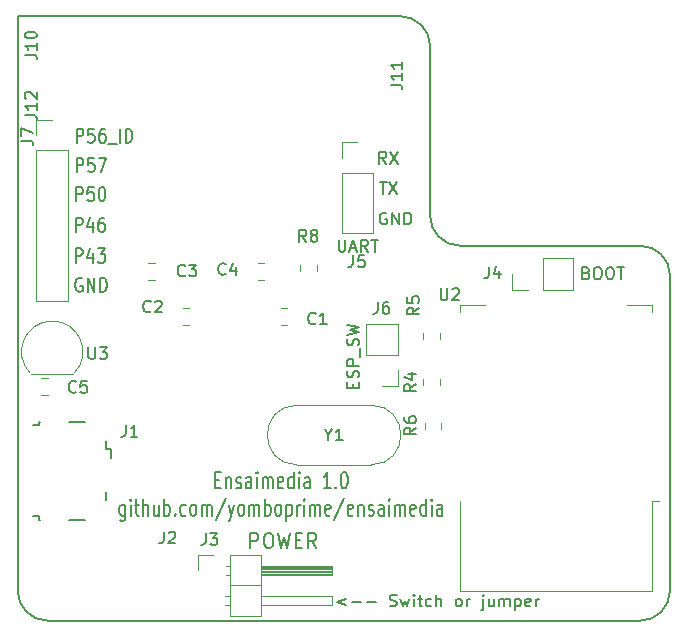
<source format=gbr>
%TF.GenerationSoftware,KiCad,Pcbnew,5.1.4-e60b266~84~ubuntu18.04.1*%
%TF.CreationDate,2019-10-23T15:02:04+02:00*%
%TF.ProjectId,ensaimedia,656e7361-696d-4656-9469-612e6b696361,rev?*%
%TF.SameCoordinates,Original*%
%TF.FileFunction,Legend,Top*%
%TF.FilePolarity,Positive*%
%FSLAX46Y46*%
G04 Gerber Fmt 4.6, Leading zero omitted, Abs format (unit mm)*
G04 Created by KiCad (PCBNEW 5.1.4-e60b266~84~ubuntu18.04.1) date 2019-10-23 15:02:04*
%MOMM*%
%LPD*%
G04 APERTURE LIST*
%ADD10C,0.150000*%
%ADD11C,0.200000*%
%ADD12C,0.120000*%
G04 APERTURE END LIST*
D10*
X146426804Y-83423200D02*
X146331566Y-83366057D01*
X146188709Y-83366057D01*
X146045852Y-83423200D01*
X145950614Y-83537485D01*
X145902995Y-83651771D01*
X145855376Y-83880342D01*
X145855376Y-84051771D01*
X145902995Y-84280342D01*
X145950614Y-84394628D01*
X146045852Y-84508914D01*
X146188709Y-84566057D01*
X146283947Y-84566057D01*
X146426804Y-84508914D01*
X146474423Y-84451771D01*
X146474423Y-84051771D01*
X146283947Y-84051771D01*
X146902995Y-84566057D02*
X146902995Y-83366057D01*
X147474423Y-84566057D01*
X147474423Y-83366057D01*
X147950614Y-84566057D02*
X147950614Y-83366057D01*
X148188709Y-83366057D01*
X148331566Y-83423200D01*
X148426804Y-83537485D01*
X148474423Y-83651771D01*
X148522042Y-83880342D01*
X148522042Y-84051771D01*
X148474423Y-84280342D01*
X148426804Y-84394628D01*
X148331566Y-84508914D01*
X148188709Y-84566057D01*
X147950614Y-84566057D01*
X145902995Y-82076857D02*
X145902995Y-80876857D01*
X146283947Y-80876857D01*
X146379185Y-80934000D01*
X146426804Y-80991142D01*
X146474423Y-81105428D01*
X146474423Y-81276857D01*
X146426804Y-81391142D01*
X146379185Y-81448285D01*
X146283947Y-81505428D01*
X145902995Y-81505428D01*
X147331566Y-81276857D02*
X147331566Y-82076857D01*
X147093471Y-80819714D02*
X146855376Y-81676857D01*
X147474423Y-81676857D01*
X147760138Y-80876857D02*
X148379185Y-80876857D01*
X148045852Y-81334000D01*
X148188709Y-81334000D01*
X148283947Y-81391142D01*
X148331566Y-81448285D01*
X148379185Y-81562571D01*
X148379185Y-81848285D01*
X148331566Y-81962571D01*
X148283947Y-82019714D01*
X148188709Y-82076857D01*
X147902995Y-82076857D01*
X147807757Y-82019714D01*
X147760138Y-81962571D01*
X145902995Y-79465737D02*
X145902995Y-78265737D01*
X146283947Y-78265737D01*
X146379185Y-78322880D01*
X146426804Y-78380022D01*
X146474423Y-78494308D01*
X146474423Y-78665737D01*
X146426804Y-78780022D01*
X146379185Y-78837165D01*
X146283947Y-78894308D01*
X145902995Y-78894308D01*
X147331566Y-78665737D02*
X147331566Y-79465737D01*
X147093471Y-78208594D02*
X146855376Y-79065737D01*
X147474423Y-79065737D01*
X148283947Y-78265737D02*
X148093471Y-78265737D01*
X147998233Y-78322880D01*
X147950614Y-78380022D01*
X147855376Y-78551451D01*
X147807757Y-78780022D01*
X147807757Y-79237165D01*
X147855376Y-79351451D01*
X147902995Y-79408594D01*
X147998233Y-79465737D01*
X148188709Y-79465737D01*
X148283947Y-79408594D01*
X148331566Y-79351451D01*
X148379185Y-79237165D01*
X148379185Y-78951451D01*
X148331566Y-78837165D01*
X148283947Y-78780022D01*
X148188709Y-78722880D01*
X147998233Y-78722880D01*
X147902995Y-78780022D01*
X147855376Y-78837165D01*
X147807757Y-78951451D01*
X145933475Y-76880017D02*
X145933475Y-75680017D01*
X146314427Y-75680017D01*
X146409665Y-75737160D01*
X146457284Y-75794302D01*
X146504903Y-75908588D01*
X146504903Y-76080017D01*
X146457284Y-76194302D01*
X146409665Y-76251445D01*
X146314427Y-76308588D01*
X145933475Y-76308588D01*
X147409665Y-75680017D02*
X146933475Y-75680017D01*
X146885856Y-76251445D01*
X146933475Y-76194302D01*
X147028713Y-76137160D01*
X147266808Y-76137160D01*
X147362046Y-76194302D01*
X147409665Y-76251445D01*
X147457284Y-76365731D01*
X147457284Y-76651445D01*
X147409665Y-76765731D01*
X147362046Y-76822874D01*
X147266808Y-76880017D01*
X147028713Y-76880017D01*
X146933475Y-76822874D01*
X146885856Y-76765731D01*
X148076332Y-75680017D02*
X148171570Y-75680017D01*
X148266808Y-75737160D01*
X148314427Y-75794302D01*
X148362046Y-75908588D01*
X148409665Y-76137160D01*
X148409665Y-76422874D01*
X148362046Y-76651445D01*
X148314427Y-76765731D01*
X148266808Y-76822874D01*
X148171570Y-76880017D01*
X148076332Y-76880017D01*
X147981094Y-76822874D01*
X147933475Y-76765731D01*
X147885856Y-76651445D01*
X147838237Y-76422874D01*
X147838237Y-76137160D01*
X147885856Y-75908588D01*
X147933475Y-75794302D01*
X147981094Y-75737160D01*
X148076332Y-75680017D01*
X145969035Y-74421297D02*
X145969035Y-73221297D01*
X146349987Y-73221297D01*
X146445225Y-73278440D01*
X146492844Y-73335582D01*
X146540463Y-73449868D01*
X146540463Y-73621297D01*
X146492844Y-73735582D01*
X146445225Y-73792725D01*
X146349987Y-73849868D01*
X145969035Y-73849868D01*
X147445225Y-73221297D02*
X146969035Y-73221297D01*
X146921416Y-73792725D01*
X146969035Y-73735582D01*
X147064273Y-73678440D01*
X147302368Y-73678440D01*
X147397606Y-73735582D01*
X147445225Y-73792725D01*
X147492844Y-73907011D01*
X147492844Y-74192725D01*
X147445225Y-74307011D01*
X147397606Y-74364154D01*
X147302368Y-74421297D01*
X147064273Y-74421297D01*
X146969035Y-74364154D01*
X146921416Y-74307011D01*
X147826178Y-73221297D02*
X148492844Y-73221297D01*
X148064273Y-74421297D01*
X145969035Y-71932097D02*
X145969035Y-70732097D01*
X146349987Y-70732097D01*
X146445225Y-70789240D01*
X146492844Y-70846382D01*
X146540463Y-70960668D01*
X146540463Y-71132097D01*
X146492844Y-71246382D01*
X146445225Y-71303525D01*
X146349987Y-71360668D01*
X145969035Y-71360668D01*
X147445225Y-70732097D02*
X146969035Y-70732097D01*
X146921416Y-71303525D01*
X146969035Y-71246382D01*
X147064273Y-71189240D01*
X147302368Y-71189240D01*
X147397606Y-71246382D01*
X147445225Y-71303525D01*
X147492844Y-71417811D01*
X147492844Y-71703525D01*
X147445225Y-71817811D01*
X147397606Y-71874954D01*
X147302368Y-71932097D01*
X147064273Y-71932097D01*
X146969035Y-71874954D01*
X146921416Y-71817811D01*
X148349987Y-70732097D02*
X148159511Y-70732097D01*
X148064273Y-70789240D01*
X148016654Y-70846382D01*
X147921416Y-71017811D01*
X147873797Y-71246382D01*
X147873797Y-71703525D01*
X147921416Y-71817811D01*
X147969035Y-71874954D01*
X148064273Y-71932097D01*
X148254749Y-71932097D01*
X148349987Y-71874954D01*
X148397606Y-71817811D01*
X148445225Y-71703525D01*
X148445225Y-71417811D01*
X148397606Y-71303525D01*
X148349987Y-71246382D01*
X148254749Y-71189240D01*
X148064273Y-71189240D01*
X147969035Y-71246382D01*
X147921416Y-71303525D01*
X147873797Y-71417811D01*
X148635701Y-72046382D02*
X149397606Y-72046382D01*
X149635701Y-71932097D02*
X149635701Y-70732097D01*
X150111892Y-71932097D02*
X150111892Y-70732097D01*
X150349987Y-70732097D01*
X150492844Y-70789240D01*
X150588082Y-70903525D01*
X150635701Y-71017811D01*
X150683320Y-71246382D01*
X150683320Y-71417811D01*
X150635701Y-71646382D01*
X150588082Y-71760668D01*
X150492844Y-71874954D01*
X150349987Y-71932097D01*
X150111892Y-71932097D01*
X168815714Y-110529714D02*
X168053809Y-110815428D01*
X168815714Y-111101142D01*
X169291904Y-110815428D02*
X170053809Y-110815428D01*
X170530000Y-110815428D02*
X171291904Y-110815428D01*
X172482380Y-111148761D02*
X172625238Y-111196380D01*
X172863333Y-111196380D01*
X172958571Y-111148761D01*
X173006190Y-111101142D01*
X173053809Y-111005904D01*
X173053809Y-110910666D01*
X173006190Y-110815428D01*
X172958571Y-110767809D01*
X172863333Y-110720190D01*
X172672857Y-110672571D01*
X172577619Y-110624952D01*
X172530000Y-110577333D01*
X172482380Y-110482095D01*
X172482380Y-110386857D01*
X172530000Y-110291619D01*
X172577619Y-110244000D01*
X172672857Y-110196380D01*
X172910952Y-110196380D01*
X173053809Y-110244000D01*
X173387142Y-110529714D02*
X173577619Y-111196380D01*
X173768095Y-110720190D01*
X173958571Y-111196380D01*
X174149047Y-110529714D01*
X174530000Y-111196380D02*
X174530000Y-110529714D01*
X174530000Y-110196380D02*
X174482380Y-110244000D01*
X174530000Y-110291619D01*
X174577619Y-110244000D01*
X174530000Y-110196380D01*
X174530000Y-110291619D01*
X174863333Y-110529714D02*
X175244285Y-110529714D01*
X175006190Y-110196380D02*
X175006190Y-111053523D01*
X175053809Y-111148761D01*
X175149047Y-111196380D01*
X175244285Y-111196380D01*
X176006190Y-111148761D02*
X175910952Y-111196380D01*
X175720476Y-111196380D01*
X175625238Y-111148761D01*
X175577619Y-111101142D01*
X175530000Y-111005904D01*
X175530000Y-110720190D01*
X175577619Y-110624952D01*
X175625238Y-110577333D01*
X175720476Y-110529714D01*
X175910952Y-110529714D01*
X176006190Y-110577333D01*
X176434761Y-111196380D02*
X176434761Y-110196380D01*
X176863333Y-111196380D02*
X176863333Y-110672571D01*
X176815714Y-110577333D01*
X176720476Y-110529714D01*
X176577619Y-110529714D01*
X176482380Y-110577333D01*
X176434761Y-110624952D01*
X178244285Y-111196380D02*
X178149047Y-111148761D01*
X178101428Y-111101142D01*
X178053809Y-111005904D01*
X178053809Y-110720190D01*
X178101428Y-110624952D01*
X178149047Y-110577333D01*
X178244285Y-110529714D01*
X178387142Y-110529714D01*
X178482380Y-110577333D01*
X178530000Y-110624952D01*
X178577619Y-110720190D01*
X178577619Y-111005904D01*
X178530000Y-111101142D01*
X178482380Y-111148761D01*
X178387142Y-111196380D01*
X178244285Y-111196380D01*
X179006190Y-111196380D02*
X179006190Y-110529714D01*
X179006190Y-110720190D02*
X179053809Y-110624952D01*
X179101428Y-110577333D01*
X179196666Y-110529714D01*
X179291904Y-110529714D01*
X180387142Y-110529714D02*
X180387142Y-111386857D01*
X180339523Y-111482095D01*
X180244285Y-111529714D01*
X180196666Y-111529714D01*
X180387142Y-110196380D02*
X180339523Y-110244000D01*
X180387142Y-110291619D01*
X180434761Y-110244000D01*
X180387142Y-110196380D01*
X180387142Y-110291619D01*
X181291904Y-110529714D02*
X181291904Y-111196380D01*
X180863333Y-110529714D02*
X180863333Y-111053523D01*
X180910952Y-111148761D01*
X181006190Y-111196380D01*
X181149047Y-111196380D01*
X181244285Y-111148761D01*
X181291904Y-111101142D01*
X181768095Y-111196380D02*
X181768095Y-110529714D01*
X181768095Y-110624952D02*
X181815714Y-110577333D01*
X181910952Y-110529714D01*
X182053809Y-110529714D01*
X182149047Y-110577333D01*
X182196666Y-110672571D01*
X182196666Y-111196380D01*
X182196666Y-110672571D02*
X182244285Y-110577333D01*
X182339523Y-110529714D01*
X182482380Y-110529714D01*
X182577619Y-110577333D01*
X182625238Y-110672571D01*
X182625238Y-111196380D01*
X183101428Y-110529714D02*
X183101428Y-111529714D01*
X183101428Y-110577333D02*
X183196666Y-110529714D01*
X183387142Y-110529714D01*
X183482380Y-110577333D01*
X183530000Y-110624952D01*
X183577619Y-110720190D01*
X183577619Y-111005904D01*
X183530000Y-111101142D01*
X183482380Y-111148761D01*
X183387142Y-111196380D01*
X183196666Y-111196380D01*
X183101428Y-111148761D01*
X184387142Y-111148761D02*
X184291904Y-111196380D01*
X184101428Y-111196380D01*
X184006190Y-111148761D01*
X183958571Y-111053523D01*
X183958571Y-110672571D01*
X184006190Y-110577333D01*
X184101428Y-110529714D01*
X184291904Y-110529714D01*
X184387142Y-110577333D01*
X184434761Y-110672571D01*
X184434761Y-110767809D01*
X183958571Y-110863047D01*
X184863333Y-111196380D02*
X184863333Y-110529714D01*
X184863333Y-110720190D02*
X184910952Y-110624952D01*
X184958571Y-110577333D01*
X185053809Y-110529714D01*
X185149047Y-110529714D01*
D11*
X140970000Y-61214000D02*
X173355000Y-61214000D01*
X173355000Y-61214000D02*
G75*
G02X175895000Y-63754000I0J-2540000D01*
G01*
D10*
X172196855Y-77889480D02*
X172101617Y-77841860D01*
X171958760Y-77841860D01*
X171815902Y-77889480D01*
X171720664Y-77984718D01*
X171673045Y-78079956D01*
X171625426Y-78270432D01*
X171625426Y-78413289D01*
X171673045Y-78603765D01*
X171720664Y-78699003D01*
X171815902Y-78794241D01*
X171958760Y-78841860D01*
X172053998Y-78841860D01*
X172196855Y-78794241D01*
X172244474Y-78746622D01*
X172244474Y-78413289D01*
X172053998Y-78413289D01*
X172673045Y-78841860D02*
X172673045Y-77841860D01*
X173244474Y-78841860D01*
X173244474Y-77841860D01*
X173720664Y-78841860D02*
X173720664Y-77841860D01*
X173958760Y-77841860D01*
X174101617Y-77889480D01*
X174196855Y-77984718D01*
X174244474Y-78079956D01*
X174292093Y-78270432D01*
X174292093Y-78413289D01*
X174244474Y-78603765D01*
X174196855Y-78699003D01*
X174101617Y-78794241D01*
X173958760Y-78841860D01*
X173720664Y-78841860D01*
X171638055Y-75261220D02*
X172209483Y-75261220D01*
X171923769Y-76261220D02*
X171923769Y-75261220D01*
X172447579Y-75261220D02*
X173114245Y-76261220D01*
X173114245Y-75261220D02*
X172447579Y-76261220D01*
X172172333Y-73705980D02*
X171839000Y-73229790D01*
X171600904Y-73705980D02*
X171600904Y-72705980D01*
X171981857Y-72705980D01*
X172077095Y-72753600D01*
X172124714Y-72801219D01*
X172172333Y-72896457D01*
X172172333Y-73039314D01*
X172124714Y-73134552D01*
X172077095Y-73182171D01*
X171981857Y-73229790D01*
X171600904Y-73229790D01*
X172505666Y-72705980D02*
X173172333Y-73705980D01*
X173172333Y-72705980D02*
X172505666Y-73705980D01*
D11*
X160677571Y-106206857D02*
X160677571Y-105006857D01*
X161134714Y-105006857D01*
X161249000Y-105064000D01*
X161306142Y-105121142D01*
X161363285Y-105235428D01*
X161363285Y-105406857D01*
X161306142Y-105521142D01*
X161249000Y-105578285D01*
X161134714Y-105635428D01*
X160677571Y-105635428D01*
X162106142Y-105006857D02*
X162334714Y-105006857D01*
X162449000Y-105064000D01*
X162563285Y-105178285D01*
X162620428Y-105406857D01*
X162620428Y-105806857D01*
X162563285Y-106035428D01*
X162449000Y-106149714D01*
X162334714Y-106206857D01*
X162106142Y-106206857D01*
X161991857Y-106149714D01*
X161877571Y-106035428D01*
X161820428Y-105806857D01*
X161820428Y-105406857D01*
X161877571Y-105178285D01*
X161991857Y-105064000D01*
X162106142Y-105006857D01*
X163020428Y-105006857D02*
X163306142Y-106206857D01*
X163534714Y-105349714D01*
X163763285Y-106206857D01*
X164049000Y-105006857D01*
X164506142Y-105578285D02*
X164906142Y-105578285D01*
X165077571Y-106206857D02*
X164506142Y-106206857D01*
X164506142Y-105006857D01*
X165077571Y-105006857D01*
X166277571Y-106206857D02*
X165877571Y-105635428D01*
X165591857Y-106206857D02*
X165591857Y-105006857D01*
X166049000Y-105006857D01*
X166163285Y-105064000D01*
X166220428Y-105121142D01*
X166277571Y-105235428D01*
X166277571Y-105406857D01*
X166220428Y-105521142D01*
X166163285Y-105578285D01*
X166049000Y-105635428D01*
X165591857Y-105635428D01*
X157715011Y-100466840D02*
X158048344Y-100466840D01*
X158191201Y-101200173D02*
X157715011Y-101200173D01*
X157715011Y-99800173D01*
X158191201Y-99800173D01*
X158619773Y-100266840D02*
X158619773Y-101200173D01*
X158619773Y-100400173D02*
X158667392Y-100333506D01*
X158762630Y-100266840D01*
X158905487Y-100266840D01*
X159000725Y-100333506D01*
X159048344Y-100466840D01*
X159048344Y-101200173D01*
X159476916Y-101133506D02*
X159572154Y-101200173D01*
X159762630Y-101200173D01*
X159857868Y-101133506D01*
X159905487Y-101000173D01*
X159905487Y-100933506D01*
X159857868Y-100800173D01*
X159762630Y-100733506D01*
X159619773Y-100733506D01*
X159524535Y-100666840D01*
X159476916Y-100533506D01*
X159476916Y-100466840D01*
X159524535Y-100333506D01*
X159619773Y-100266840D01*
X159762630Y-100266840D01*
X159857868Y-100333506D01*
X160762630Y-101200173D02*
X160762630Y-100466840D01*
X160715011Y-100333506D01*
X160619773Y-100266840D01*
X160429297Y-100266840D01*
X160334059Y-100333506D01*
X160762630Y-101133506D02*
X160667392Y-101200173D01*
X160429297Y-101200173D01*
X160334059Y-101133506D01*
X160286440Y-101000173D01*
X160286440Y-100866840D01*
X160334059Y-100733506D01*
X160429297Y-100666840D01*
X160667392Y-100666840D01*
X160762630Y-100600173D01*
X161238820Y-101200173D02*
X161238820Y-100266840D01*
X161238820Y-99800173D02*
X161191201Y-99866840D01*
X161238820Y-99933506D01*
X161286440Y-99866840D01*
X161238820Y-99800173D01*
X161238820Y-99933506D01*
X161715011Y-101200173D02*
X161715011Y-100266840D01*
X161715011Y-100400173D02*
X161762630Y-100333506D01*
X161857868Y-100266840D01*
X162000725Y-100266840D01*
X162095963Y-100333506D01*
X162143582Y-100466840D01*
X162143582Y-101200173D01*
X162143582Y-100466840D02*
X162191201Y-100333506D01*
X162286440Y-100266840D01*
X162429297Y-100266840D01*
X162524535Y-100333506D01*
X162572154Y-100466840D01*
X162572154Y-101200173D01*
X163429297Y-101133506D02*
X163334059Y-101200173D01*
X163143582Y-101200173D01*
X163048344Y-101133506D01*
X163000725Y-101000173D01*
X163000725Y-100466840D01*
X163048344Y-100333506D01*
X163143582Y-100266840D01*
X163334059Y-100266840D01*
X163429297Y-100333506D01*
X163476916Y-100466840D01*
X163476916Y-100600173D01*
X163000725Y-100733506D01*
X164334059Y-101200173D02*
X164334059Y-99800173D01*
X164334059Y-101133506D02*
X164238820Y-101200173D01*
X164048344Y-101200173D01*
X163953106Y-101133506D01*
X163905487Y-101066840D01*
X163857868Y-100933506D01*
X163857868Y-100533506D01*
X163905487Y-100400173D01*
X163953106Y-100333506D01*
X164048344Y-100266840D01*
X164238820Y-100266840D01*
X164334059Y-100333506D01*
X164810249Y-101200173D02*
X164810249Y-100266840D01*
X164810249Y-99800173D02*
X164762630Y-99866840D01*
X164810249Y-99933506D01*
X164857868Y-99866840D01*
X164810249Y-99800173D01*
X164810249Y-99933506D01*
X165715011Y-101200173D02*
X165715011Y-100466840D01*
X165667392Y-100333506D01*
X165572154Y-100266840D01*
X165381678Y-100266840D01*
X165286440Y-100333506D01*
X165715011Y-101133506D02*
X165619773Y-101200173D01*
X165381678Y-101200173D01*
X165286440Y-101133506D01*
X165238820Y-101000173D01*
X165238820Y-100866840D01*
X165286440Y-100733506D01*
X165381678Y-100666840D01*
X165619773Y-100666840D01*
X165715011Y-100600173D01*
X167476916Y-101200173D02*
X166905487Y-101200173D01*
X167191201Y-101200173D02*
X167191201Y-99800173D01*
X167095963Y-100000173D01*
X167000725Y-100133506D01*
X166905487Y-100200173D01*
X167905487Y-101066840D02*
X167953106Y-101133506D01*
X167905487Y-101200173D01*
X167857868Y-101133506D01*
X167905487Y-101066840D01*
X167905487Y-101200173D01*
X168572154Y-99800173D02*
X168667392Y-99800173D01*
X168762630Y-99866840D01*
X168810249Y-99933506D01*
X168857868Y-100066840D01*
X168905487Y-100333506D01*
X168905487Y-100666840D01*
X168857868Y-100933506D01*
X168810249Y-101066840D01*
X168762630Y-101133506D01*
X168667392Y-101200173D01*
X168572154Y-101200173D01*
X168476916Y-101133506D01*
X168429297Y-101066840D01*
X168381678Y-100933506D01*
X168334059Y-100666840D01*
X168334059Y-100333506D01*
X168381678Y-100066840D01*
X168429297Y-99933506D01*
X168476916Y-99866840D01*
X168572154Y-99800173D01*
X150072154Y-102566840D02*
X150072154Y-103700173D01*
X150024535Y-103833506D01*
X149976916Y-103900173D01*
X149881678Y-103966840D01*
X149738820Y-103966840D01*
X149643582Y-103900173D01*
X150072154Y-103433506D02*
X149976916Y-103500173D01*
X149786440Y-103500173D01*
X149691201Y-103433506D01*
X149643582Y-103366840D01*
X149595963Y-103233506D01*
X149595963Y-102833506D01*
X149643582Y-102700173D01*
X149691201Y-102633506D01*
X149786440Y-102566840D01*
X149976916Y-102566840D01*
X150072154Y-102633506D01*
X150548344Y-103500173D02*
X150548344Y-102566840D01*
X150548344Y-102100173D02*
X150500725Y-102166840D01*
X150548344Y-102233506D01*
X150595963Y-102166840D01*
X150548344Y-102100173D01*
X150548344Y-102233506D01*
X150881678Y-102566840D02*
X151262630Y-102566840D01*
X151024535Y-102100173D02*
X151024535Y-103300173D01*
X151072154Y-103433506D01*
X151167392Y-103500173D01*
X151262630Y-103500173D01*
X151595963Y-103500173D02*
X151595963Y-102100173D01*
X152024535Y-103500173D02*
X152024535Y-102766840D01*
X151976916Y-102633506D01*
X151881678Y-102566840D01*
X151738820Y-102566840D01*
X151643582Y-102633506D01*
X151595963Y-102700173D01*
X152929297Y-102566840D02*
X152929297Y-103500173D01*
X152500725Y-102566840D02*
X152500725Y-103300173D01*
X152548344Y-103433506D01*
X152643582Y-103500173D01*
X152786440Y-103500173D01*
X152881678Y-103433506D01*
X152929297Y-103366840D01*
X153405487Y-103500173D02*
X153405487Y-102100173D01*
X153405487Y-102633506D02*
X153500725Y-102566840D01*
X153691201Y-102566840D01*
X153786440Y-102633506D01*
X153834059Y-102700173D01*
X153881678Y-102833506D01*
X153881678Y-103233506D01*
X153834059Y-103366840D01*
X153786440Y-103433506D01*
X153691201Y-103500173D01*
X153500725Y-103500173D01*
X153405487Y-103433506D01*
X154310249Y-103366840D02*
X154357868Y-103433506D01*
X154310249Y-103500173D01*
X154262630Y-103433506D01*
X154310249Y-103366840D01*
X154310249Y-103500173D01*
X155215011Y-103433506D02*
X155119773Y-103500173D01*
X154929297Y-103500173D01*
X154834059Y-103433506D01*
X154786440Y-103366840D01*
X154738820Y-103233506D01*
X154738820Y-102833506D01*
X154786440Y-102700173D01*
X154834059Y-102633506D01*
X154929297Y-102566840D01*
X155119773Y-102566840D01*
X155215011Y-102633506D01*
X155786440Y-103500173D02*
X155691201Y-103433506D01*
X155643582Y-103366840D01*
X155595963Y-103233506D01*
X155595963Y-102833506D01*
X155643582Y-102700173D01*
X155691201Y-102633506D01*
X155786440Y-102566840D01*
X155929297Y-102566840D01*
X156024535Y-102633506D01*
X156072154Y-102700173D01*
X156119773Y-102833506D01*
X156119773Y-103233506D01*
X156072154Y-103366840D01*
X156024535Y-103433506D01*
X155929297Y-103500173D01*
X155786440Y-103500173D01*
X156548344Y-103500173D02*
X156548344Y-102566840D01*
X156548344Y-102700173D02*
X156595963Y-102633506D01*
X156691201Y-102566840D01*
X156834059Y-102566840D01*
X156929297Y-102633506D01*
X156976916Y-102766840D01*
X156976916Y-103500173D01*
X156976916Y-102766840D02*
X157024535Y-102633506D01*
X157119773Y-102566840D01*
X157262630Y-102566840D01*
X157357868Y-102633506D01*
X157405487Y-102766840D01*
X157405487Y-103500173D01*
X158595963Y-102033506D02*
X157738820Y-103833506D01*
X158834059Y-102566840D02*
X159072154Y-103500173D01*
X159310249Y-102566840D02*
X159072154Y-103500173D01*
X158976916Y-103833506D01*
X158929297Y-103900173D01*
X158834059Y-103966840D01*
X159834059Y-103500173D02*
X159738820Y-103433506D01*
X159691201Y-103366840D01*
X159643582Y-103233506D01*
X159643582Y-102833506D01*
X159691201Y-102700173D01*
X159738820Y-102633506D01*
X159834059Y-102566840D01*
X159976916Y-102566840D01*
X160072154Y-102633506D01*
X160119773Y-102700173D01*
X160167392Y-102833506D01*
X160167392Y-103233506D01*
X160119773Y-103366840D01*
X160072154Y-103433506D01*
X159976916Y-103500173D01*
X159834059Y-103500173D01*
X160595963Y-103500173D02*
X160595963Y-102566840D01*
X160595963Y-102700173D02*
X160643582Y-102633506D01*
X160738820Y-102566840D01*
X160881678Y-102566840D01*
X160976916Y-102633506D01*
X161024535Y-102766840D01*
X161024535Y-103500173D01*
X161024535Y-102766840D02*
X161072154Y-102633506D01*
X161167392Y-102566840D01*
X161310249Y-102566840D01*
X161405487Y-102633506D01*
X161453106Y-102766840D01*
X161453106Y-103500173D01*
X161929297Y-103500173D02*
X161929297Y-102100173D01*
X161929297Y-102633506D02*
X162024535Y-102566840D01*
X162215011Y-102566840D01*
X162310249Y-102633506D01*
X162357868Y-102700173D01*
X162405487Y-102833506D01*
X162405487Y-103233506D01*
X162357868Y-103366840D01*
X162310249Y-103433506D01*
X162215011Y-103500173D01*
X162024535Y-103500173D01*
X161929297Y-103433506D01*
X162976916Y-103500173D02*
X162881678Y-103433506D01*
X162834059Y-103366840D01*
X162786440Y-103233506D01*
X162786440Y-102833506D01*
X162834059Y-102700173D01*
X162881678Y-102633506D01*
X162976916Y-102566840D01*
X163119773Y-102566840D01*
X163215011Y-102633506D01*
X163262630Y-102700173D01*
X163310249Y-102833506D01*
X163310249Y-103233506D01*
X163262630Y-103366840D01*
X163215011Y-103433506D01*
X163119773Y-103500173D01*
X162976916Y-103500173D01*
X163738820Y-102566840D02*
X163738820Y-103966840D01*
X163738820Y-102633506D02*
X163834059Y-102566840D01*
X164024535Y-102566840D01*
X164119773Y-102633506D01*
X164167392Y-102700173D01*
X164215011Y-102833506D01*
X164215011Y-103233506D01*
X164167392Y-103366840D01*
X164119773Y-103433506D01*
X164024535Y-103500173D01*
X163834059Y-103500173D01*
X163738820Y-103433506D01*
X164643582Y-103500173D02*
X164643582Y-102566840D01*
X164643582Y-102833506D02*
X164691201Y-102700173D01*
X164738820Y-102633506D01*
X164834059Y-102566840D01*
X164929297Y-102566840D01*
X165262630Y-103500173D02*
X165262630Y-102566840D01*
X165262630Y-102100173D02*
X165215011Y-102166840D01*
X165262630Y-102233506D01*
X165310249Y-102166840D01*
X165262630Y-102100173D01*
X165262630Y-102233506D01*
X165738820Y-103500173D02*
X165738820Y-102566840D01*
X165738820Y-102700173D02*
X165786440Y-102633506D01*
X165881678Y-102566840D01*
X166024535Y-102566840D01*
X166119773Y-102633506D01*
X166167392Y-102766840D01*
X166167392Y-103500173D01*
X166167392Y-102766840D02*
X166215011Y-102633506D01*
X166310249Y-102566840D01*
X166453106Y-102566840D01*
X166548344Y-102633506D01*
X166595963Y-102766840D01*
X166595963Y-103500173D01*
X167453106Y-103433506D02*
X167357868Y-103500173D01*
X167167392Y-103500173D01*
X167072154Y-103433506D01*
X167024535Y-103300173D01*
X167024535Y-102766840D01*
X167072154Y-102633506D01*
X167167392Y-102566840D01*
X167357868Y-102566840D01*
X167453106Y-102633506D01*
X167500725Y-102766840D01*
X167500725Y-102900173D01*
X167024535Y-103033506D01*
X168643582Y-102033506D02*
X167786440Y-103833506D01*
X169357868Y-103433506D02*
X169262630Y-103500173D01*
X169072154Y-103500173D01*
X168976916Y-103433506D01*
X168929297Y-103300173D01*
X168929297Y-102766840D01*
X168976916Y-102633506D01*
X169072154Y-102566840D01*
X169262630Y-102566840D01*
X169357868Y-102633506D01*
X169405487Y-102766840D01*
X169405487Y-102900173D01*
X168929297Y-103033506D01*
X169834059Y-102566840D02*
X169834059Y-103500173D01*
X169834059Y-102700173D02*
X169881678Y-102633506D01*
X169976916Y-102566840D01*
X170119773Y-102566840D01*
X170215011Y-102633506D01*
X170262630Y-102766840D01*
X170262630Y-103500173D01*
X170691201Y-103433506D02*
X170786440Y-103500173D01*
X170976916Y-103500173D01*
X171072154Y-103433506D01*
X171119773Y-103300173D01*
X171119773Y-103233506D01*
X171072154Y-103100173D01*
X170976916Y-103033506D01*
X170834059Y-103033506D01*
X170738820Y-102966840D01*
X170691201Y-102833506D01*
X170691201Y-102766840D01*
X170738820Y-102633506D01*
X170834059Y-102566840D01*
X170976916Y-102566840D01*
X171072154Y-102633506D01*
X171976916Y-103500173D02*
X171976916Y-102766840D01*
X171929297Y-102633506D01*
X171834059Y-102566840D01*
X171643582Y-102566840D01*
X171548344Y-102633506D01*
X171976916Y-103433506D02*
X171881678Y-103500173D01*
X171643582Y-103500173D01*
X171548344Y-103433506D01*
X171500725Y-103300173D01*
X171500725Y-103166840D01*
X171548344Y-103033506D01*
X171643582Y-102966840D01*
X171881678Y-102966840D01*
X171976916Y-102900173D01*
X172453106Y-103500173D02*
X172453106Y-102566840D01*
X172453106Y-102100173D02*
X172405487Y-102166840D01*
X172453106Y-102233506D01*
X172500725Y-102166840D01*
X172453106Y-102100173D01*
X172453106Y-102233506D01*
X172929297Y-103500173D02*
X172929297Y-102566840D01*
X172929297Y-102700173D02*
X172976916Y-102633506D01*
X173072154Y-102566840D01*
X173215011Y-102566840D01*
X173310249Y-102633506D01*
X173357868Y-102766840D01*
X173357868Y-103500173D01*
X173357868Y-102766840D02*
X173405487Y-102633506D01*
X173500725Y-102566840D01*
X173643582Y-102566840D01*
X173738820Y-102633506D01*
X173786440Y-102766840D01*
X173786440Y-103500173D01*
X174643582Y-103433506D02*
X174548344Y-103500173D01*
X174357868Y-103500173D01*
X174262630Y-103433506D01*
X174215011Y-103300173D01*
X174215011Y-102766840D01*
X174262630Y-102633506D01*
X174357868Y-102566840D01*
X174548344Y-102566840D01*
X174643582Y-102633506D01*
X174691201Y-102766840D01*
X174691201Y-102900173D01*
X174215011Y-103033506D01*
X175548344Y-103500173D02*
X175548344Y-102100173D01*
X175548344Y-103433506D02*
X175453106Y-103500173D01*
X175262630Y-103500173D01*
X175167392Y-103433506D01*
X175119773Y-103366840D01*
X175072154Y-103233506D01*
X175072154Y-102833506D01*
X175119773Y-102700173D01*
X175167392Y-102633506D01*
X175262630Y-102566840D01*
X175453106Y-102566840D01*
X175548344Y-102633506D01*
X176024535Y-103500173D02*
X176024535Y-102566840D01*
X176024535Y-102100173D02*
X175976916Y-102166840D01*
X176024535Y-102233506D01*
X176072154Y-102166840D01*
X176024535Y-102100173D01*
X176024535Y-102233506D01*
X176929297Y-103500173D02*
X176929297Y-102766840D01*
X176881678Y-102633506D01*
X176786440Y-102566840D01*
X176595963Y-102566840D01*
X176500725Y-102633506D01*
X176929297Y-103433506D02*
X176834059Y-103500173D01*
X176595963Y-103500173D01*
X176500725Y-103433506D01*
X176453106Y-103300173D01*
X176453106Y-103166840D01*
X176500725Y-103033506D01*
X176595963Y-102966840D01*
X176834059Y-102966840D01*
X176929297Y-102900173D01*
X193675000Y-80645000D02*
G75*
G02X196215000Y-83185000I0J-2540000D01*
G01*
X178435000Y-80645000D02*
X193675000Y-80645000D01*
X178435000Y-80645000D02*
G75*
G02X175895000Y-78105000I0J2540000D01*
G01*
X175895000Y-63754000D02*
X175895000Y-78105000D01*
X143510000Y-112395000D02*
G75*
G02X140970000Y-109855000I0J2540000D01*
G01*
X196215000Y-109855000D02*
G75*
G02X193675000Y-112395000I-2540000J0D01*
G01*
X140970000Y-109855000D02*
X140970000Y-61214000D01*
X193675000Y-112395000D02*
X143510000Y-112395000D01*
X196215000Y-83185000D02*
X196215000Y-109855000D01*
D12*
X155502279Y-85914375D02*
X154979775Y-85914375D01*
X155502279Y-87334375D02*
X154979775Y-87334375D01*
X152572279Y-83524375D02*
X152049775Y-83524375D01*
X152572279Y-82104375D02*
X152049775Y-82104375D01*
X161852279Y-82104375D02*
X161329775Y-82104375D01*
X161852279Y-83524375D02*
X161329775Y-83524375D01*
D10*
X146700000Y-95545000D02*
X145300000Y-95545000D01*
X142900000Y-95545000D02*
X142750000Y-95545000D01*
X142750000Y-95545000D02*
X142750000Y-95845000D01*
X142750000Y-95845000D02*
X142300000Y-95845000D01*
X142300000Y-103545000D02*
X142750000Y-103545000D01*
X142750000Y-103545000D02*
X142750000Y-103845000D01*
X142750000Y-103845000D02*
X142900000Y-103845000D01*
X145300000Y-103845000D02*
X146700000Y-103845000D01*
X148875000Y-98620000D02*
X148875000Y-97895000D01*
X148875000Y-97895000D02*
X148450000Y-97895000D01*
X148450000Y-97895000D02*
X148450000Y-97170000D01*
X148450000Y-101495000D02*
X148450000Y-102220000D01*
D12*
X158920000Y-106804376D02*
X158920000Y-112004376D01*
X158920000Y-112004376D02*
X161580000Y-112004376D01*
X161580000Y-112004376D02*
X161580000Y-106804376D01*
X161580000Y-106804376D02*
X158920000Y-106804376D01*
X161580000Y-107754376D02*
X167580000Y-107754376D01*
X167580000Y-107754376D02*
X167580000Y-108514376D01*
X167580000Y-108514376D02*
X161580000Y-108514376D01*
X161580000Y-107814376D02*
X167580000Y-107814376D01*
X161580000Y-107934376D02*
X167580000Y-107934376D01*
X161580000Y-108054376D02*
X167580000Y-108054376D01*
X161580000Y-108174376D02*
X167580000Y-108174376D01*
X161580000Y-108294376D02*
X167580000Y-108294376D01*
X161580000Y-108414376D02*
X167580000Y-108414376D01*
X158590000Y-107754376D02*
X158920000Y-107754376D01*
X158590000Y-108514376D02*
X158920000Y-108514376D01*
X158920000Y-109404376D02*
X161580000Y-109404376D01*
X161580000Y-110294376D02*
X167580000Y-110294376D01*
X167580000Y-110294376D02*
X167580000Y-111054376D01*
X167580000Y-111054376D02*
X161580000Y-111054376D01*
X158522929Y-110294376D02*
X158920000Y-110294376D01*
X158522929Y-111054376D02*
X158920000Y-111054376D01*
X156210000Y-108134376D02*
X156210000Y-106864376D01*
X156210000Y-106864376D02*
X157480000Y-106864376D01*
X176732000Y-92472252D02*
X176732000Y-91949748D01*
X175312000Y-92472252D02*
X175312000Y-91949748D01*
X175312000Y-88526252D02*
X175312000Y-88003748D01*
X176732000Y-88526252D02*
X176732000Y-88003748D01*
X194683000Y-109910000D02*
X178443000Y-109910000D01*
X178443000Y-109910000D02*
X178443000Y-102290000D01*
X178443000Y-86290000D02*
X178443000Y-85670000D01*
X178443000Y-85670000D02*
X180563000Y-85670000D01*
X192563000Y-85670000D02*
X194683000Y-85670000D01*
X194683000Y-85670000D02*
X194683000Y-86290000D01*
X194683000Y-102290000D02*
X194683000Y-109910000D01*
X194683000Y-102290000D02*
X195293000Y-102290000D01*
X188020000Y-84388000D02*
X188020000Y-81728000D01*
X185420000Y-84388000D02*
X188020000Y-84388000D01*
X185420000Y-81728000D02*
X188020000Y-81728000D01*
X185420000Y-84388000D02*
X185420000Y-81728000D01*
X184150000Y-84388000D02*
X182820000Y-84388000D01*
X182820000Y-84388000D02*
X182820000Y-83058000D01*
X142985748Y-91873000D02*
X143508252Y-91873000D01*
X142985748Y-93293000D02*
X143508252Y-93293000D01*
X176859000Y-95623748D02*
X176859000Y-96146252D01*
X175439000Y-95623748D02*
X175439000Y-96146252D01*
X168418200Y-79612800D02*
X171078200Y-79612800D01*
X168418200Y-74472800D02*
X168418200Y-79612800D01*
X171078200Y-74472800D02*
X171078200Y-79612800D01*
X168418200Y-74472800D02*
X171078200Y-74472800D01*
X168418200Y-73202800D02*
X168418200Y-71872800D01*
X168418200Y-71872800D02*
X169748200Y-71872800D01*
X163234775Y-85914375D02*
X163757279Y-85914375D01*
X163234775Y-87334375D02*
X163757279Y-87334375D01*
X173161000Y-87316000D02*
X170501000Y-87316000D01*
X173161000Y-89916000D02*
X173161000Y-87316000D01*
X170501000Y-89916000D02*
X170501000Y-87316000D01*
X173161000Y-89916000D02*
X170501000Y-89916000D01*
X173161000Y-91186000D02*
X173161000Y-92516000D01*
X173161000Y-92516000D02*
X171831000Y-92516000D01*
X164898000Y-82802252D02*
X164898000Y-82279748D01*
X166318000Y-82802252D02*
X166318000Y-82279748D01*
X142103700Y-91473900D02*
X145703700Y-91473900D01*
X142065222Y-91462378D02*
G75*
G02X143903700Y-87023900I1838478J1838478D01*
G01*
X145742178Y-91462378D02*
G75*
G03X143903700Y-87023900I-1838478J1838478D01*
G01*
X142561026Y-85334376D02*
X145221026Y-85334376D01*
X142561026Y-72574376D02*
X142561026Y-85334376D01*
X145221026Y-72574376D02*
X145221026Y-85334376D01*
X142561026Y-72574376D02*
X145221026Y-72574376D01*
X142561026Y-71304376D02*
X142561026Y-69974376D01*
X142561026Y-69974376D02*
X143891026Y-69974376D01*
X164643081Y-94153001D02*
X170893081Y-94153001D01*
X164643081Y-99203001D02*
X170893081Y-99203001D01*
X164643081Y-99203001D02*
G75*
G02X164643081Y-94153001I0J2525000D01*
G01*
X170893081Y-99203001D02*
G75*
G03X170893081Y-94153001I0J2525000D01*
G01*
D10*
X152233333Y-86209142D02*
X152185714Y-86256761D01*
X152042857Y-86304380D01*
X151947619Y-86304380D01*
X151804761Y-86256761D01*
X151709523Y-86161523D01*
X151661904Y-86066285D01*
X151614285Y-85875809D01*
X151614285Y-85732952D01*
X151661904Y-85542476D01*
X151709523Y-85447238D01*
X151804761Y-85352000D01*
X151947619Y-85304380D01*
X152042857Y-85304380D01*
X152185714Y-85352000D01*
X152233333Y-85399619D01*
X152614285Y-85399619D02*
X152661904Y-85352000D01*
X152757142Y-85304380D01*
X152995238Y-85304380D01*
X153090476Y-85352000D01*
X153138095Y-85399619D01*
X153185714Y-85494857D01*
X153185714Y-85590095D01*
X153138095Y-85732952D01*
X152566666Y-86304380D01*
X153185714Y-86304380D01*
X155154333Y-83161142D02*
X155106714Y-83208761D01*
X154963857Y-83256380D01*
X154868619Y-83256380D01*
X154725761Y-83208761D01*
X154630523Y-83113523D01*
X154582904Y-83018285D01*
X154535285Y-82827809D01*
X154535285Y-82684952D01*
X154582904Y-82494476D01*
X154630523Y-82399238D01*
X154725761Y-82304000D01*
X154868619Y-82256380D01*
X154963857Y-82256380D01*
X155106714Y-82304000D01*
X155154333Y-82351619D01*
X155487666Y-82256380D02*
X156106714Y-82256380D01*
X155773380Y-82637333D01*
X155916238Y-82637333D01*
X156011476Y-82684952D01*
X156059095Y-82732571D01*
X156106714Y-82827809D01*
X156106714Y-83065904D01*
X156059095Y-83161142D01*
X156011476Y-83208761D01*
X155916238Y-83256380D01*
X155630523Y-83256380D01*
X155535285Y-83208761D01*
X155487666Y-83161142D01*
X158583333Y-83034142D02*
X158535714Y-83081761D01*
X158392857Y-83129380D01*
X158297619Y-83129380D01*
X158154761Y-83081761D01*
X158059523Y-82986523D01*
X158011904Y-82891285D01*
X157964285Y-82700809D01*
X157964285Y-82557952D01*
X158011904Y-82367476D01*
X158059523Y-82272238D01*
X158154761Y-82177000D01*
X158297619Y-82129380D01*
X158392857Y-82129380D01*
X158535714Y-82177000D01*
X158583333Y-82224619D01*
X159440476Y-82462714D02*
X159440476Y-83129380D01*
X159202380Y-82081761D02*
X158964285Y-82796047D01*
X159583333Y-82796047D01*
X150115946Y-95835220D02*
X150115946Y-96549506D01*
X150068327Y-96692363D01*
X149973089Y-96787601D01*
X149830232Y-96835220D01*
X149734994Y-96835220D01*
X151115946Y-96835220D02*
X150544518Y-96835220D01*
X150830232Y-96835220D02*
X150830232Y-95835220D01*
X150734994Y-95978078D01*
X150639756Y-96073316D01*
X150544518Y-96120935D01*
X153336666Y-104862380D02*
X153336666Y-105576666D01*
X153289047Y-105719523D01*
X153193809Y-105814761D01*
X153050952Y-105862380D01*
X152955714Y-105862380D01*
X153765238Y-104957619D02*
X153812857Y-104910000D01*
X153908095Y-104862380D01*
X154146190Y-104862380D01*
X154241428Y-104910000D01*
X154289047Y-104957619D01*
X154336666Y-105052857D01*
X154336666Y-105148095D01*
X154289047Y-105290952D01*
X153717619Y-105862380D01*
X154336666Y-105862380D01*
X156892666Y-104989380D02*
X156892666Y-105703666D01*
X156845047Y-105846523D01*
X156749809Y-105941761D01*
X156606952Y-105989380D01*
X156511714Y-105989380D01*
X157273619Y-104989380D02*
X157892666Y-104989380D01*
X157559333Y-105370333D01*
X157702190Y-105370333D01*
X157797428Y-105417952D01*
X157845047Y-105465571D01*
X157892666Y-105560809D01*
X157892666Y-105798904D01*
X157845047Y-105894142D01*
X157797428Y-105941761D01*
X157702190Y-105989380D01*
X157416476Y-105989380D01*
X157321238Y-105941761D01*
X157273619Y-105894142D01*
X141590780Y-64487323D02*
X142305066Y-64487323D01*
X142447923Y-64534942D01*
X142543161Y-64630180D01*
X142590780Y-64773038D01*
X142590780Y-64868276D01*
X142590780Y-63487323D02*
X142590780Y-64058752D01*
X142590780Y-63773038D02*
X141590780Y-63773038D01*
X141733638Y-63868276D01*
X141828876Y-63963514D01*
X141876495Y-64058752D01*
X141590780Y-62868276D02*
X141590780Y-62773038D01*
X141638400Y-62677800D01*
X141686019Y-62630180D01*
X141781257Y-62582561D01*
X141971733Y-62534942D01*
X142209828Y-62534942D01*
X142400304Y-62582561D01*
X142495542Y-62630180D01*
X142543161Y-62677800D01*
X142590780Y-62773038D01*
X142590780Y-62868276D01*
X142543161Y-62963514D01*
X142495542Y-63011133D01*
X142400304Y-63058752D01*
X142209828Y-63106371D01*
X141971733Y-63106371D01*
X141781257Y-63058752D01*
X141686019Y-63011133D01*
X141638400Y-62963514D01*
X141590780Y-62868276D01*
X172553380Y-67033899D02*
X173267666Y-67033899D01*
X173410523Y-67081518D01*
X173505761Y-67176756D01*
X173553380Y-67319614D01*
X173553380Y-67414852D01*
X173553380Y-66033899D02*
X173553380Y-66605328D01*
X173553380Y-66319614D02*
X172553380Y-66319614D01*
X172696238Y-66414852D01*
X172791476Y-66510090D01*
X172839095Y-66605328D01*
X173553380Y-65081518D02*
X173553380Y-65652947D01*
X173553380Y-65367233D02*
X172553380Y-65367233D01*
X172696238Y-65462471D01*
X172791476Y-65557709D01*
X172839095Y-65652947D01*
X141590780Y-69573899D02*
X142305066Y-69573899D01*
X142447923Y-69621518D01*
X142543161Y-69716756D01*
X142590780Y-69859614D01*
X142590780Y-69954852D01*
X142590780Y-68573899D02*
X142590780Y-69145328D01*
X142590780Y-68859614D02*
X141590780Y-68859614D01*
X141733638Y-68954852D01*
X141828876Y-69050090D01*
X141876495Y-69145328D01*
X141686019Y-68192947D02*
X141638400Y-68145328D01*
X141590780Y-68050090D01*
X141590780Y-67811995D01*
X141638400Y-67716756D01*
X141686019Y-67669137D01*
X141781257Y-67621518D01*
X141876495Y-67621518D01*
X142019352Y-67669137D01*
X142590780Y-68240566D01*
X142590780Y-67621518D01*
X174696380Y-92368666D02*
X174220190Y-92702000D01*
X174696380Y-92940095D02*
X173696380Y-92940095D01*
X173696380Y-92559142D01*
X173744000Y-92463904D01*
X173791619Y-92416285D01*
X173886857Y-92368666D01*
X174029714Y-92368666D01*
X174124952Y-92416285D01*
X174172571Y-92463904D01*
X174220190Y-92559142D01*
X174220190Y-92940095D01*
X174029714Y-91511523D02*
X174696380Y-91511523D01*
X173648761Y-91749619D02*
X174363047Y-91987714D01*
X174363047Y-91368666D01*
X174950380Y-85891666D02*
X174474190Y-86225000D01*
X174950380Y-86463095D02*
X173950380Y-86463095D01*
X173950380Y-86082142D01*
X173998000Y-85986904D01*
X174045619Y-85939285D01*
X174140857Y-85891666D01*
X174283714Y-85891666D01*
X174378952Y-85939285D01*
X174426571Y-85986904D01*
X174474190Y-86082142D01*
X174474190Y-86463095D01*
X173950380Y-84986904D02*
X173950380Y-85463095D01*
X174426571Y-85510714D01*
X174378952Y-85463095D01*
X174331333Y-85367857D01*
X174331333Y-85129761D01*
X174378952Y-85034523D01*
X174426571Y-84986904D01*
X174521809Y-84939285D01*
X174759904Y-84939285D01*
X174855142Y-84986904D01*
X174902761Y-85034523D01*
X174950380Y-85129761D01*
X174950380Y-85367857D01*
X174902761Y-85463095D01*
X174855142Y-85510714D01*
X176794255Y-84262980D02*
X176794255Y-85072504D01*
X176841874Y-85167742D01*
X176889493Y-85215361D01*
X176984731Y-85262980D01*
X177175207Y-85262980D01*
X177270445Y-85215361D01*
X177318064Y-85167742D01*
X177365683Y-85072504D01*
X177365683Y-84262980D01*
X177794255Y-84358219D02*
X177841874Y-84310600D01*
X177937112Y-84262980D01*
X178175207Y-84262980D01*
X178270445Y-84310600D01*
X178318064Y-84358219D01*
X178365683Y-84453457D01*
X178365683Y-84548695D01*
X178318064Y-84691552D01*
X177746636Y-85262980D01*
X178365683Y-85262980D01*
X180844866Y-82418940D02*
X180844866Y-83133226D01*
X180797247Y-83276083D01*
X180702009Y-83371321D01*
X180559152Y-83418940D01*
X180463914Y-83418940D01*
X181749628Y-82752274D02*
X181749628Y-83418940D01*
X181511533Y-82371321D02*
X181273438Y-83085607D01*
X181892485Y-83085607D01*
X189127617Y-82956091D02*
X189270474Y-83003710D01*
X189318093Y-83051329D01*
X189365712Y-83146567D01*
X189365712Y-83289424D01*
X189318093Y-83384662D01*
X189270474Y-83432281D01*
X189175236Y-83479900D01*
X188794283Y-83479900D01*
X188794283Y-82479900D01*
X189127617Y-82479900D01*
X189222855Y-82527520D01*
X189270474Y-82575139D01*
X189318093Y-82670377D01*
X189318093Y-82765615D01*
X189270474Y-82860853D01*
X189222855Y-82908472D01*
X189127617Y-82956091D01*
X188794283Y-82956091D01*
X189984760Y-82479900D02*
X190175236Y-82479900D01*
X190270474Y-82527520D01*
X190365712Y-82622758D01*
X190413331Y-82813234D01*
X190413331Y-83146567D01*
X190365712Y-83337043D01*
X190270474Y-83432281D01*
X190175236Y-83479900D01*
X189984760Y-83479900D01*
X189889521Y-83432281D01*
X189794283Y-83337043D01*
X189746664Y-83146567D01*
X189746664Y-82813234D01*
X189794283Y-82622758D01*
X189889521Y-82527520D01*
X189984760Y-82479900D01*
X191032379Y-82479900D02*
X191222855Y-82479900D01*
X191318093Y-82527520D01*
X191413331Y-82622758D01*
X191460950Y-82813234D01*
X191460950Y-83146567D01*
X191413331Y-83337043D01*
X191318093Y-83432281D01*
X191222855Y-83479900D01*
X191032379Y-83479900D01*
X190937140Y-83432281D01*
X190841902Y-83337043D01*
X190794283Y-83146567D01*
X190794283Y-82813234D01*
X190841902Y-82622758D01*
X190937140Y-82527520D01*
X191032379Y-82479900D01*
X191746664Y-82479900D02*
X192318093Y-82479900D01*
X192032379Y-83479900D02*
X192032379Y-82479900D01*
X145913813Y-93001102D02*
X145866194Y-93048721D01*
X145723337Y-93096340D01*
X145628099Y-93096340D01*
X145485241Y-93048721D01*
X145390003Y-92953483D01*
X145342384Y-92858245D01*
X145294765Y-92667769D01*
X145294765Y-92524912D01*
X145342384Y-92334436D01*
X145390003Y-92239198D01*
X145485241Y-92143960D01*
X145628099Y-92096340D01*
X145723337Y-92096340D01*
X145866194Y-92143960D01*
X145913813Y-92191579D01*
X146818575Y-92096340D02*
X146342384Y-92096340D01*
X146294765Y-92572531D01*
X146342384Y-92524912D01*
X146437622Y-92477293D01*
X146675718Y-92477293D01*
X146770956Y-92524912D01*
X146818575Y-92572531D01*
X146866194Y-92667769D01*
X146866194Y-92905864D01*
X146818575Y-93001102D01*
X146770956Y-93048721D01*
X146675718Y-93096340D01*
X146437622Y-93096340D01*
X146342384Y-93048721D01*
X146294765Y-93001102D01*
X174696380Y-96051666D02*
X174220190Y-96385000D01*
X174696380Y-96623095D02*
X173696380Y-96623095D01*
X173696380Y-96242142D01*
X173744000Y-96146904D01*
X173791619Y-96099285D01*
X173886857Y-96051666D01*
X174029714Y-96051666D01*
X174124952Y-96099285D01*
X174172571Y-96146904D01*
X174220190Y-96242142D01*
X174220190Y-96623095D01*
X173696380Y-95194523D02*
X173696380Y-95385000D01*
X173744000Y-95480238D01*
X173791619Y-95527857D01*
X173934476Y-95623095D01*
X174124952Y-95670714D01*
X174505904Y-95670714D01*
X174601142Y-95623095D01*
X174648761Y-95575476D01*
X174696380Y-95480238D01*
X174696380Y-95289761D01*
X174648761Y-95194523D01*
X174601142Y-95146904D01*
X174505904Y-95099285D01*
X174267809Y-95099285D01*
X174172571Y-95146904D01*
X174124952Y-95194523D01*
X174077333Y-95289761D01*
X174077333Y-95480238D01*
X174124952Y-95575476D01*
X174172571Y-95623095D01*
X174267809Y-95670714D01*
X169364066Y-81468980D02*
X169364066Y-82183266D01*
X169316447Y-82326123D01*
X169221209Y-82421361D01*
X169078352Y-82468980D01*
X168983114Y-82468980D01*
X170316447Y-81468980D02*
X169840257Y-81468980D01*
X169792638Y-81945171D01*
X169840257Y-81897552D01*
X169935495Y-81849933D01*
X170173590Y-81849933D01*
X170268828Y-81897552D01*
X170316447Y-81945171D01*
X170364066Y-82040409D01*
X170364066Y-82278504D01*
X170316447Y-82373742D01*
X170268828Y-82421361D01*
X170173590Y-82468980D01*
X169935495Y-82468980D01*
X169840257Y-82421361D01*
X169792638Y-82373742D01*
X168152961Y-80148180D02*
X168152961Y-80957704D01*
X168200580Y-81052942D01*
X168248200Y-81100561D01*
X168343438Y-81148180D01*
X168533914Y-81148180D01*
X168629152Y-81100561D01*
X168676771Y-81052942D01*
X168724390Y-80957704D01*
X168724390Y-80148180D01*
X169152961Y-80862466D02*
X169629152Y-80862466D01*
X169057723Y-81148180D02*
X169391057Y-80148180D01*
X169724390Y-81148180D01*
X170629152Y-81148180D02*
X170295819Y-80671990D01*
X170057723Y-81148180D02*
X170057723Y-80148180D01*
X170438676Y-80148180D01*
X170533914Y-80195800D01*
X170581533Y-80243419D01*
X170629152Y-80338657D01*
X170629152Y-80481514D01*
X170581533Y-80576752D01*
X170533914Y-80624371D01*
X170438676Y-80671990D01*
X170057723Y-80671990D01*
X170914866Y-80148180D02*
X171486295Y-80148180D01*
X171200580Y-81148180D02*
X171200580Y-80148180D01*
X166203333Y-87225142D02*
X166155714Y-87272761D01*
X166012857Y-87320380D01*
X165917619Y-87320380D01*
X165774761Y-87272761D01*
X165679523Y-87177523D01*
X165631904Y-87082285D01*
X165584285Y-86891809D01*
X165584285Y-86748952D01*
X165631904Y-86558476D01*
X165679523Y-86463238D01*
X165774761Y-86368000D01*
X165917619Y-86320380D01*
X166012857Y-86320380D01*
X166155714Y-86368000D01*
X166203333Y-86415619D01*
X167155714Y-87320380D02*
X166584285Y-87320380D01*
X166870000Y-87320380D02*
X166870000Y-86320380D01*
X166774761Y-86463238D01*
X166679523Y-86558476D01*
X166584285Y-86606095D01*
X171446866Y-85405980D02*
X171446866Y-86120266D01*
X171399247Y-86263123D01*
X171304009Y-86358361D01*
X171161152Y-86405980D01*
X171065914Y-86405980D01*
X172351628Y-85405980D02*
X172161152Y-85405980D01*
X172065914Y-85453600D01*
X172018295Y-85501219D01*
X171923057Y-85644076D01*
X171875438Y-85834552D01*
X171875438Y-86215504D01*
X171923057Y-86310742D01*
X171970676Y-86358361D01*
X172065914Y-86405980D01*
X172256390Y-86405980D01*
X172351628Y-86358361D01*
X172399247Y-86310742D01*
X172446866Y-86215504D01*
X172446866Y-85977409D01*
X172399247Y-85882171D01*
X172351628Y-85834552D01*
X172256390Y-85786933D01*
X172065914Y-85786933D01*
X171970676Y-85834552D01*
X171923057Y-85882171D01*
X171875438Y-85977409D01*
X169346571Y-92662047D02*
X169346571Y-92328714D01*
X169870380Y-92185857D02*
X169870380Y-92662047D01*
X168870380Y-92662047D01*
X168870380Y-92185857D01*
X169822761Y-91804904D02*
X169870380Y-91662047D01*
X169870380Y-91423952D01*
X169822761Y-91328714D01*
X169775142Y-91281095D01*
X169679904Y-91233476D01*
X169584666Y-91233476D01*
X169489428Y-91281095D01*
X169441809Y-91328714D01*
X169394190Y-91423952D01*
X169346571Y-91614428D01*
X169298952Y-91709666D01*
X169251333Y-91757285D01*
X169156095Y-91804904D01*
X169060857Y-91804904D01*
X168965619Y-91757285D01*
X168918000Y-91709666D01*
X168870380Y-91614428D01*
X168870380Y-91376333D01*
X168918000Y-91233476D01*
X169870380Y-90804904D02*
X168870380Y-90804904D01*
X168870380Y-90423952D01*
X168918000Y-90328714D01*
X168965619Y-90281095D01*
X169060857Y-90233476D01*
X169203714Y-90233476D01*
X169298952Y-90281095D01*
X169346571Y-90328714D01*
X169394190Y-90423952D01*
X169394190Y-90804904D01*
X169965619Y-90043000D02*
X169965619Y-89281095D01*
X169822761Y-89090619D02*
X169870380Y-88947761D01*
X169870380Y-88709666D01*
X169822761Y-88614428D01*
X169775142Y-88566809D01*
X169679904Y-88519190D01*
X169584666Y-88519190D01*
X169489428Y-88566809D01*
X169441809Y-88614428D01*
X169394190Y-88709666D01*
X169346571Y-88900142D01*
X169298952Y-88995380D01*
X169251333Y-89043000D01*
X169156095Y-89090619D01*
X169060857Y-89090619D01*
X168965619Y-89043000D01*
X168918000Y-88995380D01*
X168870380Y-88900142D01*
X168870380Y-88662047D01*
X168918000Y-88519190D01*
X168870380Y-88185857D02*
X169870380Y-87947761D01*
X169156095Y-87757285D01*
X169870380Y-87566809D01*
X168870380Y-87328714D01*
X165400693Y-80315060D02*
X165067360Y-79838870D01*
X164829264Y-80315060D02*
X164829264Y-79315060D01*
X165210217Y-79315060D01*
X165305455Y-79362680D01*
X165353074Y-79410299D01*
X165400693Y-79505537D01*
X165400693Y-79648394D01*
X165353074Y-79743632D01*
X165305455Y-79791251D01*
X165210217Y-79838870D01*
X164829264Y-79838870D01*
X165972121Y-79743632D02*
X165876883Y-79696013D01*
X165829264Y-79648394D01*
X165781645Y-79553156D01*
X165781645Y-79505537D01*
X165829264Y-79410299D01*
X165876883Y-79362680D01*
X165972121Y-79315060D01*
X166162598Y-79315060D01*
X166257836Y-79362680D01*
X166305455Y-79410299D01*
X166353074Y-79505537D01*
X166353074Y-79553156D01*
X166305455Y-79648394D01*
X166257836Y-79696013D01*
X166162598Y-79743632D01*
X165972121Y-79743632D01*
X165876883Y-79791251D01*
X165829264Y-79838870D01*
X165781645Y-79934108D01*
X165781645Y-80124584D01*
X165829264Y-80219822D01*
X165876883Y-80267441D01*
X165972121Y-80315060D01*
X166162598Y-80315060D01*
X166257836Y-80267441D01*
X166305455Y-80219822D01*
X166353074Y-80124584D01*
X166353074Y-79934108D01*
X166305455Y-79838870D01*
X166257836Y-79791251D01*
X166162598Y-79743632D01*
X146964495Y-89236300D02*
X146964495Y-90045824D01*
X147012114Y-90141062D01*
X147059733Y-90188681D01*
X147154971Y-90236300D01*
X147345447Y-90236300D01*
X147440685Y-90188681D01*
X147488304Y-90141062D01*
X147535923Y-90045824D01*
X147535923Y-89236300D01*
X147916876Y-89236300D02*
X148535923Y-89236300D01*
X148202590Y-89617253D01*
X148345447Y-89617253D01*
X148440685Y-89664872D01*
X148488304Y-89712491D01*
X148535923Y-89807729D01*
X148535923Y-90045824D01*
X148488304Y-90141062D01*
X148440685Y-90188681D01*
X148345447Y-90236300D01*
X148059733Y-90236300D01*
X147964495Y-90188681D01*
X147916876Y-90141062D01*
X141285980Y-71753053D02*
X142000266Y-71753053D01*
X142143123Y-71800672D01*
X142238361Y-71895910D01*
X142285980Y-72038767D01*
X142285980Y-72134005D01*
X141285980Y-71372100D02*
X141285980Y-70705434D01*
X142285980Y-71134005D01*
X167291890Y-96654191D02*
X167291890Y-97130381D01*
X166958557Y-96130381D02*
X167291890Y-96654191D01*
X167625223Y-96130381D01*
X168482366Y-97130381D02*
X167910938Y-97130381D01*
X168196652Y-97130381D02*
X168196652Y-96130381D01*
X168101414Y-96273239D01*
X168006176Y-96368477D01*
X167910938Y-96416096D01*
M02*

</source>
